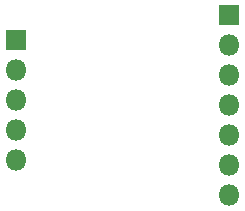
<source format=gbs>
G04 #@! TF.GenerationSoftware,KiCad,Pcbnew,(5.1.6)-1*
G04 #@! TF.CreationDate,2021-04-19T16:32:52+02:00*
G04 #@! TF.ProjectId,LMP91000_Breakout_Board,4c4d5039-3130-4303-905f-427265616b6f,rev?*
G04 #@! TF.SameCoordinates,Original*
G04 #@! TF.FileFunction,Soldermask,Bot*
G04 #@! TF.FilePolarity,Negative*
%FSLAX46Y46*%
G04 Gerber Fmt 4.6, Leading zero omitted, Abs format (unit mm)*
G04 Created by KiCad (PCBNEW (5.1.6)-1) date 2021-04-19 16:32:52*
%MOMM*%
%LPD*%
G01*
G04 APERTURE LIST*
%ADD10O,1.800000X1.800000*%
%ADD11R,1.800000X1.800000*%
G04 APERTURE END LIST*
D10*
X133000000Y-92160000D03*
X133000000Y-89620000D03*
X133000000Y-87080000D03*
X133000000Y-84540000D03*
D11*
X133000000Y-82000000D03*
D10*
X151000000Y-95160000D03*
X151000000Y-92620000D03*
X151000000Y-90080000D03*
X151000000Y-87540000D03*
X151000000Y-85000000D03*
X151000000Y-82460000D03*
D11*
X151000000Y-79920000D03*
M02*

</source>
